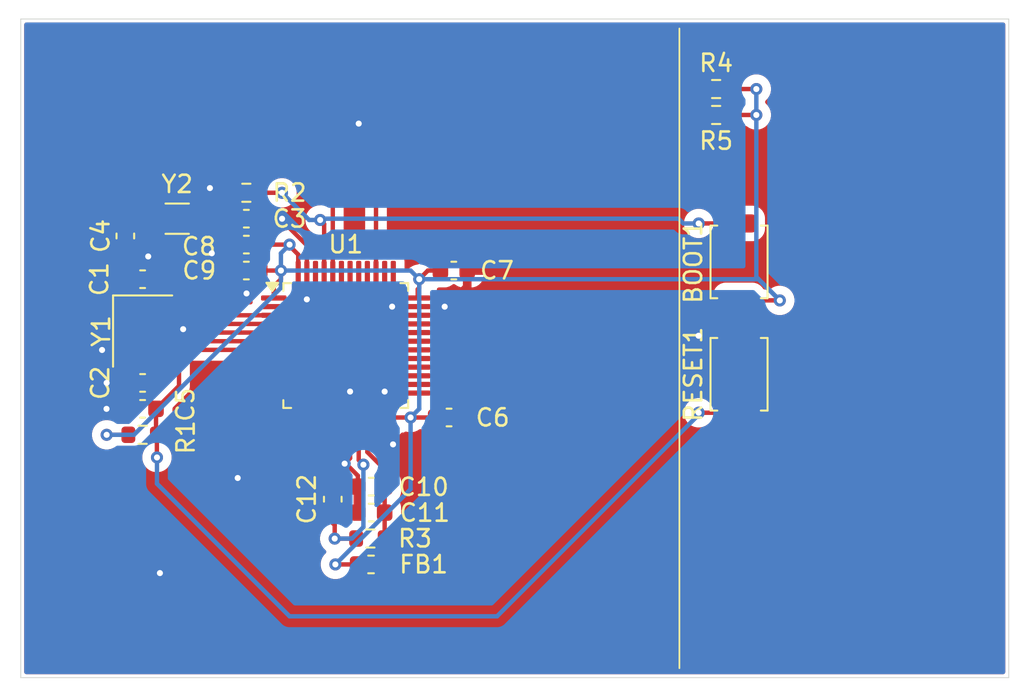
<source format=kicad_pcb>
(kicad_pcb (version 20241229) (generator "pcbnew") (generator_version "9.0")
  (layers (0 "F.Cu" signal) (2 "B.Cu" signal) (13 "F.Paste" user) (15 "B.Paste" user) (5 "F.SilkS" user "F.Silkscreen") (7 "B.SilkS" user "B.Silkscreen") (1 "F.Mask" user) (3 "B.Mask" user) (25 "Edge.Cuts" user))
  (net 0 "")
  (net 1 "GND")
  (net 2 "+3V3")
  (net 3 "BOOT0")
  (net 4 "PB10")
  (net 5 "PB3")
  (net 6 "PC13")
  (net 7 "PB0")
  (net 8 "PB1")
  (net 9 "PB4")
  (net 10 "PB13")
  (net 11 "PA14")
  (net 12 "PA9")
  (net 13 "PB7")
  (net 14 "PB14")
  (net 15 "OSC-OUT")
  (net 16 "PB11")
  (net 17 "PA12")
  (net 18 "PA13")
  (net 19 "PA8")
  (net 20 "PA3")
  (net 21 "PB5")
  (net 22 "PA1")
  (net 23 "PB2")
  (net 24 "PG10")
  (net 25 "VDDA")
  (net 26 "PA11")
  (net 27 "PB15")
  (net 28 "PA4")
  (net 29 "PA2")
  (net 30 "PA15")
  (net 31 "PB12")
  (net 32 "MISO")
  (net 33 "VREF+")
  (net 34 "PB6")
  (net 35 "MOSI")
  (net 36 "PB9")
  (net 37 "PA5")
  (net 38 "PA10")
  (net 39 "PA0")
  (net 40 "OSC-IN")
  (net 41 "OSC32-IN")
  (net 42 "OSC32-OUT")
  (footprint "Resistor_SMD:R_0603_1608Metric" (layer "F.Cu") (at 116.425 43.65)
    (property "Reference" "R5" (at 0 1.5 0) (layer "F.SilkS"))
    (property "Value" "4K7")
    (fp_line (start -0.237258 -0.5225) (end 0.237258 -0.5225) (stroke (width 0.12)) (layer "F.SilkS"))
    (fp_line (start -0.237258 0.5225) (end 0.237258 0.5225) (stroke (width 0.12)) (layer "F.SilkS"))
    (pad "1" smd roundrect (at -0.825 0) (size 0.8 0.95) (layers "F.Cu" "F.Mask" "F.Paste") (net 30 "PA15"))
    (pad "2" smd roundrect (at 0.825 0) (size 0.8 0.95) (layers "F.Cu" "F.Mask" "F.Paste") (net 2 "+3V3"))
  )
  (footprint "Capacitor_SMD:C_0603_1608Metric" (layer "F.Cu") (at 94.25 65.875 -90)
    (property "Reference" "C12" (at 0 1.5 90) (layer "F.SilkS"))
    (property "Value" "100n")
    (fp_line (start -0.14058 0.51) (end 0.14058 0.51) (stroke (width 0.12)) (layer "F.SilkS"))
    (fp_line (start -0.14058 -0.51) (end 0.14058 -0.51) (stroke (width 0.12)) (layer "F.SilkS"))
    (pad "1" smd roundrect (at -0.775 0 270) (size 0.9 0.95) (layers "F.Cu" "F.Mask" "F.Paste") (net 1 "GND"))
    (pad "2" smd roundrect (at 0.775 0 270) (size 0.9 0.95) (layers "F.Cu" "F.Mask" "F.Paste") (net 33 "VREF+"))
  )
  (footprint "Capacitor_SMD:C_0603_1608Metric" (layer "F.Cu") (at 89.25 51.15)
    (property "Reference" "C8" (at -2.74737 0.107633 0) (layer "F.SilkS"))
    (property "Value" "100n")
    (fp_line (start -0.14058 -0.51) (end 0.14058 -0.51) (stroke (width 0.12)) (layer "F.SilkS"))
    (fp_line (start -0.14058 0.51) (end 0.14058 0.51) (stroke (width 0.12)) (layer "F.SilkS"))
    (pad "1" smd roundrect (at -0.775 0) (size 0.9 0.95) (layers "F.Cu" "F.Mask" "F.Paste") (net 1 "GND"))
    (pad "2" smd roundrect (at 0.775 0) (size 0.9 0.95) (layers "F.Cu" "F.Mask" "F.Paste") (net 2 "+3V3"))
  )
  (footprint "Capacitor_SMD:C_0603_1608Metric" (layer "F.Cu") (at 82.25 50.65 90)
    (property "Reference" "C4" (at 0 -1.43 90) (layer "F.SilkS"))
    (property "Value" "12.5p")
    (fp_line (start -0.14058 -0.51) (end 0.14058 -0.51) (stroke (width 0.12)) (layer "F.SilkS"))
    (fp_line (start -0.14058 0.51) (end 0.14058 0.51) (stroke (width 0.12)) (layer "F.SilkS"))
    (pad "1" smd roundrect (at -0.775 0 90) (size 0.9 0.95) (layers "F.Cu" "F.Mask" "F.Paste") (net 1 "GND"))
    (pad "2" smd roundrect (at 0.775 0 90) (size 0.9 0.95) (layers "F.Cu" "F.Mask" "F.Paste") (net 42 "OSC32-OUT"))
  )
  (footprint "Capacitor_SMD:C_0603_1608Metric" (layer "F.Cu") (at 96.475 65.15)
    (property "Reference" "C10" (at 3.029011 0.023072 0) (layer "F.SilkS"))
    (property "Value" "10n")
    (fp_line (start -0.14058 -0.51) (end 0.14058 -0.51) (stroke (width 0.12)) (layer "F.SilkS"))
    (fp_line (start -0.14058 0.51) (end 0.14058 0.51) (stroke (width 0.12)) (layer "F.SilkS"))
    (pad "1" smd roundrect (at -0.775 0) (size 0.9 0.95) (layers "F.Cu" "F.Mask" "F.Paste") (net 1 "GND"))
    (pad "2" smd roundrect (at 0.775 0) (size 0.9 0.95) (layers "F.Cu" "F.Mask" "F.Paste") (net 25 "VDDA"))
  )
  (footprint "Capacitor_SMD:C_0603_1608Metric" (layer "F.Cu") (at 89.25 52.65)
    (property "Reference" "C9" (at -2.725 0 0) (layer "F.SilkS"))
    (property "Value" "100n")
    (fp_line (start -0.14058 -0.51) (end 0.14058 -0.51) (stroke (width 0.12)) (layer "F.SilkS"))
    (fp_line (start -0.14058 0.51) (end 0.14058 0.51) (stroke (width 0.12)) (layer "F.SilkS"))
    (pad "1" smd roundrect (at -0.775 0) (size 0.9 0.95) (layers "F.Cu" "F.Mask" "F.Paste") (net 1 "GND"))
    (pad "2" smd roundrect (at 0.775 0) (size 0.9 0.95) (layers "F.Cu" "F.Mask" "F.Paste") (net 2 "+3V3"))
  )
  (footprint "Crystal:Crystal_SMD_3215-2Pin_3.2x1.5mm" (layer "F.Cu") (at 85.25 49.65)
    (property "Reference" "Y2" (at 0 -2 0) (layer "F.SilkS"))
    (property "Value" "32.768kHz SMD3215-2P")
    (fp_line (start -0.675 -0.875) (end 0.675 -0.875) (stroke (width 0.12)) (layer "F.SilkS"))
    (fp_line (start -0.675 0.875) (end 0.675 0.875) (stroke (width 0.12)) (layer "F.SilkS"))
    (pad "1" smd rect (at 1.25 0) (size 1 1.8) (layers "F.Cu" "F.Mask" "F.Paste") (net 41 "OSC32-IN"))
    (pad "2" smd rect (at -1.25 0) (size 1 1.8) (layers "F.Cu" "F.Mask" "F.Paste") (net 42 "OSC32-OUT"))
  )
  (footprint "Resistor_SMD:R_0603_1608Metric" (layer "F.Cu") (at 96.425 68.15 180)
    (property "Reference" "R3" (at -2.58062 -0.001185 0) (layer "F.SilkS"))
    (property "Value" "0")
    (fp_line (start -0.237258 0.5225) (end 0.237258 0.5225) (stroke (width 0.12)) (layer "F.SilkS"))
    (fp_line (start -0.237258 -0.5225) (end 0.237258 -0.5225) (stroke (width 0.12)) (layer "F.SilkS"))
    (pad "1" smd roundrect (at -0.825 0 180) (size 0.8 0.95) (layers "F.Cu" "F.Mask" "F.Paste") (net 25 "VDDA"))
    (pad "2" smd roundrect (at 0.825 0 180) (size 0.8 0.95) (layers "F.Cu" "F.Mask" "F.Paste") (net 33 "VREF+"))
  )
  (footprint "Capacitor_SMD:C_0603_1608Metric" (layer "F.Cu") (at 83.25 60.65 180)
    (property "Reference" "C5" (at -2.476483 0.23694 90) (layer "F.SilkS"))
    (property "Value" "100n")
    (fp_line (start -0.14058 0.51) (end 0.14058 0.51) (stroke (width 0.12)) (layer "F.SilkS"))
    (fp_line (start -0.14058 -0.51) (end 0.14058 -0.51) (stroke (width 0.12)) (layer "F.SilkS"))
    (pad "1" smd roundrect (at -0.775 0 180) (size 0.9 0.95) (layers "F.Cu" "F.Mask" "F.Paste") (net 24 "PG10"))
    (pad "2" smd roundrect (at 0.775 0 180) (size 0.9 0.95) (layers "F.Cu" "F.Mask" "F.Paste") (net 1 "GND"))
  )
  (footprint "Capacitor_SMD:C_0603_1608Metric" (layer "F.Cu") (at 89.25 49.65 180)
    (property "Reference" "C3" (at -2.493989 -0.003287 0) (layer "F.SilkS"))
    (property "Value" "12.5p")
    (fp_line (start -0.14058 0.51) (end 0.14058 0.51) (stroke (width 0.12)) (layer "F.SilkS"))
    (fp_line (start -0.14058 -0.51) (end 0.14058 -0.51) (stroke (width 0.12)) (layer "F.SilkS"))
    (pad "1" smd roundrect (at -0.775 0 180) (size 0.9 0.95) (layers "F.Cu" "F.Mask" "F.Paste") (net 1 "GND"))
    (pad "2" smd roundrect (at 0.775 0 180) (size 0.9 0.95) (layers "F.Cu" "F.Mask" "F.Paste") (net 41 "OSC32-IN"))
  )
  (footprint "Capacitor_SMD:C_0603_1608Metric" (layer "F.Cu") (at 100.975 61.15 180)
    (property "Reference" "C6" (at -2.523334 -0.007864 0) (layer "F.SilkS"))
    (property "Value" "100n")
    (fp_line (start -0.14058 0.51) (end 0.14058 0.51) (stroke (width 0.12)) (layer "F.SilkS"))
    (fp_line (start -0.14058 -0.51) (end 0.14058 -0.51) (stroke (width 0.12)) (layer "F.SilkS"))
    (pad "1" smd roundrect (at -0.775 0 180) (size 0.9 0.95) (layers "F.Cu" "F.Mask" "F.Paste") (net 1 "GND"))
    (pad "2" smd roundrect (at 0.775 0 180) (size 0.9 0.95) (layers "F.Cu" "F.Mask" "F.Paste") (net 2 "+3V3"))
  )
  (footprint "Button_Switch_SMD:SW_SPST_TS-1088-xR020" (layer "F.Cu") (at 117.75 52.15 90)
    (property "Reference" "BOOT1" (at 0 -2.65 90) (layer "F.SilkS"))
    (property "Value" "SW-Boot")
    (fp_line (start 2.1 -1.65) (end 2.1 -1.26) (stroke (width 0.12)) (layer "F.SilkS"))
    (fp_line (start -2.1 -1.65) (end 2.1 -1.65) (stroke (width 0.12)) (layer "F.SilkS"))
    (fp_line (start -2.1 -1.26) (end -2.1 -1.65) (stroke (width 0.12)) (layer "F.SilkS"))
    (fp_line (start -2.1 1.26) (end -2.1 1.65) (stroke (width 0.12)) (layer "F.SilkS"))
    (fp_line (start 2.1 1.65) (end 2.1 1.26) (stroke (width 0.12)) (layer "F.SilkS"))
    (fp_line (start -2.1 1.65) (end 2.1 1.65) (stroke (width 0.12)) (layer "F.SilkS"))
    (pad "1" smd roundrect (at -2.225 0 90) (size 1.05 2) (layers "F.Cu" "F.Mask" "F.Paste") (roundrect_rratio 0.2380952381) (net 2 "+3V3"))
    (pad "2" smd roundrect (at 2.225 0 90) (size 1.05 2) (layers "F.Cu" "F.Mask" "F.Paste") (roundrect_rratio 0.2380952381) (net 3 "BOOT0"))
  )
  (footprint "Resistor_SMD:R_0603_1608Metric" (layer "F.Cu") (at 83.25 62.15)
    (property "Reference" "R1" (at 2.497553 0.146774 90) (layer "F.SilkS"))
    (property "Value" "10K")
    (fp_line (start -0.237258 -0.5225) (end 0.237258 -0.5225) (stroke (width 0.12)) (layer "F.SilkS"))
    (fp_line (start -0.237258 0.5225) (end 0.237258 0.5225) (stroke (width 0.12)) (layer "F.SilkS"))
    (pad "1" smd roundrect (at -0.825 0) (size 0.8 0.95) (layers "F.Cu" "F.Mask" "F.Paste") (net 2 "+3V3"))
    (pad "2" smd roundrect (at 0.825 0) (size 0.8 0.95) (layers "F.Cu" "F.Mask" "F.Paste") (net 24 "PG10"))
  )
  (footprint "Capacitor_SMD:C_0603_1608Metric" (layer "F.Cu") (at 101.25 52.65 180)
    (property "Reference" "C7" (at -2.5 0 0) (layer "F.SilkS"))
    (property "Value" "100n")
    (fp_line (start -0.14058 0.51) (end 0.14058 0.51) (stroke (width 0.12)) (layer "F.SilkS"))
    (fp_line (start -0.14058 -0.51) (end 0.14058 -0.51) (stroke (width 0.12)) (layer "F.SilkS"))
    (pad "1" smd roundrect (at -0.775 0 180) (size 0.9 0.95) (layers "F.Cu" "F.Mask" "F.Paste") (net 1 "GND"))
    (pad "2" smd roundrect (at 0.775 0 180) (size 0.9 0.95) (layers "F.Cu" "F.Mask" "F.Paste") (net 2 "+3V3"))
  )
  (footprint "Capacitor_SMD:C_0603_1608Metric" (layer "F.Cu") (at 83.25 59.15)
    (property "Reference" "C2" (at -2.448717 0.002332 90) (layer "F.SilkS"))
    (property "Value" "10p")
    (fp_line (start -0.14058 -0.51) (end 0.14058 -0.51) (stroke (width 0.12)) (layer "F.SilkS"))
    (fp_line (start -0.14058 0.51) (end 0.14058 0.51) (stroke (width 0.12)) (layer "F.SilkS"))
    (pad "1" smd roundrect (at -0.775 0) (size 0.9 0.95) (layers "F.Cu" "F.Mask" "F.Paste") (net 1 "GND"))
    (pad "2" smd roundrect (at 0.775 0) (size 0.9 0.95) (layers "F.Cu" "F.Mask" "F.Paste") (net 15 "OSC-OUT"))
  )
  (footprint "Resistor_SMD:R_0603_1608Metric" (layer "F.Cu") (at 116.425 42.15 180)
    (property "Reference" "R4" (at 0 1.5 0) (layer "F.SilkS"))
    (property "Value" "4K7")
    (fp_line (start -0.237258 0.5225) (end 0.237258 0.5225) (stroke (width 0.12)) (layer "F.SilkS"))
    (fp_line (start -0.237258 -0.5225) (end 0.237258 -0.5225) (stroke (width 0.12)) (layer "F.SilkS"))
    (pad "1" smd roundrect (at -0.825 0 180) (size 0.8 0.95) (layers "F.Cu" "F.Mask" "F.Paste") (net 2 "+3V3"))
    (pad "2" smd roundrect (at 0.825 0 180) (size 0.8 0.95) (layers "F.Cu" "F.Mask" "F.Paste") (net 13 "PB7"))
  )
  (footprint "Capacitor_SMD:C_0603_1608Metric" (layer "F.Cu") (at 96.475 66.65)
    (property "Reference" "C11" (at 3.095872 0.014827 0) (layer "F.SilkS"))
    (property "Value" "1u")
    (fp_line (start -0.14058 -0.51) (end 0.14058 -0.51) (stroke (width 0.12)) (layer "F.SilkS"))
    (fp_line (start -0.14058 0.51) (end 0.14058 0.51) (stroke (width 0.12)) (layer "F.SilkS"))
    (pad "1" smd roundrect (at -0.775 0) (size 0.9 0.95) (layers "F.Cu" "F.Mask" "F.Paste") (net 1 "GND"))
    (pad "2" smd roundrect (at 0.775 0) (size 0.9 0.95) (layers "F.Cu" "F.Mask" "F.Paste") (net 25 "VDDA"))
  )
  (footprint "Inductor_SMD:L_0603_1608Metric" (layer "F.Cu") (at 96.4625 69.65 180)
    (property "Reference" "FB1" (at -3.04067 -0.000381 0) (layer "F.SilkS"))
    (property "Value" "1KΩ 100MHz")
    (fp_line (start -0.162779 0.51) (end 0.162779 0.51) (stroke (width 0.12)) (layer "F.SilkS"))
    (fp_line (start -0.162779 -0.51) (end 0.162779 -0.51) (stroke (width 0.12)) (layer "F.SilkS"))
    (pad "1" smd roundrect (at -0.7875 0 180) (size 0.875 0.95) (layers "F.Cu" "F.Mask" "F.Paste") (net 25 "VDDA"))
    (pad "2" smd roundrect (at 0.7875 0 180) (size 0.875 0.95) (layers "F.Cu" "F.Mask" "F.Paste") (net 2 "+3V3"))
  )
  (footprint "Package_QFP:LQFP-48_7x7mm_P0.5mm" (layer "F.Cu") (at 95 56.9875)
    (property "Reference" "U1" (at 0 -5.85 0) (layer "F.SilkS"))
    (property "Value" "STM32G474CBTx")
    (fp_line (start -3.61 -3.61) (end -3.16 -3.61) (stroke (width 0.12)) (layer "F.SilkS"))
    (fp_line (start -3.61 -3.16) (end -3.61 -3.61) (stroke (width 0.12)) (layer "F.SilkS"))
    (fp_line (start -3.61 3.61) (end -3.61 3.16) (stroke (width 0.12)) (layer "F.SilkS"))
    (fp_line (start -3.16 3.61) (end -3.61 3.61) (stroke (width 0.12)) (layer "F.SilkS"))
    (fp_line (start 3.16 -3.61) (end 3.61 -3.61) (stroke (width 0.12)) (layer "F.SilkS"))
    (fp_line (start 3.61 -3.61) (end 3.61 -3.16) (stroke (width 0.12)) (layer "F.SilkS"))
    (fp_line (start 3.61 3.16) (end 3.61 3.61) (stroke (width 0.12)) (layer "F.SilkS"))
    (fp_line (start 3.61 3.61) (end 3.16 3.61) (stroke (width 0.12)) (layer "F.SilkS"))
    (fp_poly (pts (xy -4.25 -3.16) (xy -4.59 -3.63) (xy -3.91 -3.63)) (stroke (width 0.12)) (fill yes) (layer "F.SilkS"))
    (pad "1" smd roundrect (at -4.1625 -2.75) (size 1.475 0.3) (layers "F.Cu" "F.Mask" "F.Paste") (net 2 "+3V3"))
    (pad "2" smd roundrect (at -4.1625 -2.25) (size 1.475 0.3) (layers "F.Cu" "F.Mask" "F.Paste") (net 6 "PC13"))
    (pad "3" smd roundrect (at -4.1625 -1.75) (size 1.475 0.3) (layers "F.Cu" "F.Mask" "F.Paste") (net 41 "OSC32-IN"))
    (pad "4" smd roundrect (at -4.1625 -1.25) (size 1.475 0.3) (layers "F.Cu" "F.Mask" "F.Paste") (net 42 "OSC32-OUT"))
    (pad "5" smd roundrect (at -4.1625 -0.75) (size 1.475 0.3) (layers "F.Cu" "F.Mask" "F.Paste") (net 40 "OSC-IN"))
    (pad "6" smd roundrect (at -4.1625 -0.25) (size 1.475 0.3) (layers "F.Cu" "F.Mask" "F.Paste") (net 15 "OSC-OUT"))
    (pad "7" smd roundrect (at -4.1625 0.25) (size 1.475 0.3) (layers "F.Cu" "F.Mask" "F.Paste") (net 24 "PG10"))
    (pad "8" smd roundrect (at -4.1625 0.75) (size 1.475 0.3) (layers "F.Cu" "F.Mask" "F.Paste") (net 39 "PA0"))
    (pad "9" smd roundrect (at -4.1625 1.25) (size 1.475 0.3) (layers "F.Cu" "F.Mask" "F.Paste") (net 22 "PA1"))
    (pad "10" smd roundrect (at -4.1625 1.75) (size 1.475 0.3) (layers "F.Cu" "F.Mask" "F.Paste") (net 29 "PA2"))
    (pad "11" smd roundrect (at -4.1625 2.25) (size 1.475 0.3) (layers "F.Cu" "F.Mask" "F.Paste") (net 20 "PA3"))
    (pad "12" smd roundrect (at -4.1625 2.75) (size 1.475 0.3) (layers "F.Cu" "F.Mask" "F.Paste") (net 28 "PA4"))
    (pad "13" smd roundrect (at -2.75 4.1625) (size 0.3 1.475) (layers "F.Cu" "F.Mask" "F.Paste") (net 37 "PA5"))
    (pad "14" smd roundrect (at -2.25 4.1625) (size 0.3 1.475) (layers "F.Cu" "F.Mask" "F.Paste") (net 32 "MISO"))
    (pad "15" smd roundrect (at -1.75 4.1625) (size 0.3 1.475) (layers "F.Cu" "F.Mask" "F.Paste") (net 35 "MOSI"))
    (pad "16" smd roundrect (at -1.25 4.1625) (size 0.3 1.475) (layers "F.Cu" "F.Mask" "F.Paste") (net 7 "PB0"))
    (pad "17" smd roundrect (at -0.75 4.1625) (size 0.3 1.475) (layers "F.Cu" "F.Mask" "F.Paste") (net 8 "PB1"))
    (pad "18" smd roundrect (at -0.25 4.1625) (size 0.3 1.475) (layers "F.Cu" "F.Mask" "F.Paste") (net 23 "PB2"))
    (pad "19" smd roundrect (at 0.25 4.1625) (size 0.3 1.475) (layers "F.Cu" "F.Mask" "F.Paste") (net 1 "GND"))
    (pad "20" smd roundrect (at 0.75 4.1625) (size 0.3 1.475) (layers "F.Cu" "F.Mask" "F.Paste") (net 33 "VREF+"))
    (pad "21" smd roundrect (at 1.25 4.1625) (size 0.3 1.475) (layers "F.Cu" "F.Mask" "F.Paste") (net 25 "VDDA"))
    (pad "22" smd roundrect (at 1.75 4.1625) (size 0.3 1.475) (layers "F.Cu" "F.Mask" "F.Paste") (net 4 "PB10"))
    (pad "23" smd roundrect (at 2.25 4.1625) (size 0.3 1.475) (layers "F.Cu" "F.Mask" "F.Paste") (net 1 "GND"))
    (pad "24" smd roundrect (at 2.75 4.1625) (size 0.3 1.475) (layers "F.Cu" "F.Mask" "F.Paste") (net 2 "+3V3"))
    (pad "25" smd roundrect (at 4.1625 2.75) (size 1.475 0.3) (layers "F.Cu" "F.Mask" "F.Paste") (net 16 "PB11"))
    (pad "26" smd roundrect (at 4.1625 2.25) (size 1.475 0.3) (layers "F.Cu" "F.Mask" "F.Paste") (net 31 "PB12"))
    (pad "27" smd roundrect (at 4.1625 1.75) (size 1.475 0.3) (layers "F.Cu" "F.Mask" "F.Paste") (net 10 "PB13"))
    (pad "28" smd roundrect (at 4.1625 1.25) (size 1.475 0.3) (layers "F.Cu" "F.Mask" "F.Paste") (net 14 "PB14"))
    (pad "29" smd roundrect (at 4.1625 0.75) (size 1.475 0.3) (layers "F.Cu" "F.Mask" "F.Paste") (net 27 "PB15"))
    (pad "30" smd roundrect (at 4.1625 0.25) (size 1.475 0.3) (layers "F.Cu" "F.Mask" "F.Paste") (net 19 "PA8"))
    (pad "31" smd roundrect (at 4.1625 -0.25) (size 1.475 0.3) (layers "F.Cu" "F.Mask" "F.Paste") (net 12 "PA9"))
    (pad "32" smd roundrect (at 4.1625 -0.75) (size 1.475 0.3) (layers "F.Cu" "F.Mask" "F.Paste") (net 38 "PA10"))
    (pad "33" smd roundrect (at 4.1625 -1.25) (size 1.475 0.3) (layers "F.Cu" "F.Mask" "F.Paste") (net 26 "PA11"))
    (pad "34" smd roundrect (at 4.1625 -1.75) (size 1.475 0.3) (layers "F.Cu" "F.Mask" "F.Paste") (net 17 "PA12"))
    (pad "35" smd roundrect (at 4.1625 -2.25) (size 1.475 0.3) (layers "F.Cu" "F.Mask" "F.Paste") (net 1 "GND"))
    (pad "36" smd roundrect (at 4.1625 -2.75) (size 1.475 0.3) (layers "F.Cu" "F.Mask" "F.Paste") (net 2 "+3V3"))
    (pad "37" smd roundrect (at 2.75 -4.1625) (size 0.3 1.475) (layers "F.Cu" "F.Mask" "F.Paste") (net 18 "PA13"))
    (pad "38" smd roundrect (at 2.25 -4.1625) (size 0.3 1.475) (layers "F.Cu" "F.Mask" "F.Paste") (net 11 "PA14"))
    (pad "39" smd roundrect (at 1.75 -4.1625) (size 0.3 1.475) (layers "F.Cu" "F.Mask" "F.Paste") (net 30 "PA15"))
    (pad "40" smd roundrect (at 1.25 -4.1625) (size 0.3 1.475) (layers "F.Cu" "F.Mask" "F.Paste") (net 5 "PB3"))
    (pad "41" smd roundrect (at 0.75 -4.1625) (size 0.3 1.475) (layers "F.Cu" "F.Mask" "F.Paste") (net 9 "PB4"))
    (pad "42" smd roundrect (at 0.25 -4.1625) (size 0.3 1.475) (layers "F.Cu" "F.Mask" "F.Paste") (net 21 "PB5"))
    (pad "43" smd roundrect (at -0.25 -4.1625) (size 0.3 1.475) (layers "F.Cu" "F.Mask" "F.Paste") (net 34 "PB6"))
    (pad "44" smd roundrect (at -0.75 -4.1625) (size 0.3 1.475) (layers "F.Cu" "F.Mask" "F.Paste") (net 13 "PB7"))
    (pad "45" smd roundrect (at -1.25 -4.1625) (size 0.3 1.475) (layers "F.Cu" "F.Mask" "F.Paste") (net 3 "BOOT0"))
    (pad "46" smd roundrect (at -1.75 -4.1625) (size 0.3 1.475) (layers "F.Cu" "F.Mask" "F.Paste") (net 36 "PB9"))
    (pad "47" smd roundrect (at -2.25 -4.1625) (size 0.3 1.475) (layers "F.Cu" "F.Mask" "F.Paste") (net 1 "GND"))
    (pad "48" smd roundrect (at -2.75 -4.1625) (size 0.3 1.475) (layers "F.Cu" "F.Mask" "F.Paste") (net 2 "+3V3"))
  )
  (footprint "Resistor_SMD:R_0603_1608Metric" (layer "F.Cu") (at 89.25 48.15)
    (property "Reference" "R2" (at 2.5 0 0) (layer "F.SilkS"))
    (property "Value" "10K")
    (fp_line (start -0.237258 -0.5225) (end 0.237258 -0.5225) (stroke (width 0.12)) (layer "F.SilkS"))
    (fp_line (start -0.237258 0.5225) (end 0.237258 0.5225) (stroke (width 0.12)) (layer "F.SilkS"))
    (pad "1" smd roundrect (at -0.825 0) (size 0.8 0.95) (layers "F.Cu" "F.Mask" "F.Paste") (net 1 "GND"))
    (pad "2" smd roundrect (at 0.825 0) (size 0.8 0.95) (layers "F.Cu" "F.Mask" "F.Paste") (net 3 "BOOT0"))
  )
  (footprint "Crystal:Crystal_SMD_3225-4Pin_3.2x2.5mm" (layer "F.Cu") (at 83.25 56.15 -90)
    (property "Reference" "Y1" (at -0.0023 2.3958 90) (layer "F.SilkS"))
    (property "Value" "8Mhz SMD3225-4P")
    (fp_line (start -2.06 1.71) (end 2.06 1.71) (stroke (width 0.12)) (layer "F.SilkS"))
    (fp_line (start -2.06 -1.71) (end -2.06 1.71) (stroke (width 0.12)) (layer "F.SilkS"))
    (pad "1" smd roundrect (at -1.1 0.85 270) (size 1.4 1.2) (layers "F.Cu" "F.Mask" "F.Paste") (roundrect_rratio 0.208333) (net 40 "OSC-IN"))
    (pad "2" smd roundrect (at 1.1 0.85 270) (size 1.4 1.2) (layers "F.Cu" "F.Mask" "F.Paste") (roundrect_rratio 0.208333) (net 1 "GND"))
    (pad "3" smd roundrect (at 1.1 -0.85 270) (size 1.4 1.2) (layers "F.Cu" "F.Mask" "F.Paste") (roundrect_rratio 0.208333) (net 15 "OSC-OUT"))
    (pad "4" smd roundrect (at -1.1 -0.85 270) (size 1.4 1.2) (layers "F.Cu" "F.Mask" "F.Paste") (roundrect_rratio 0.208333) (net 1 "GND"))
  )
  (footprint "Capacitor_SMD:C_0603_1608Metric" (layer "F.Cu") (at 83.25 53.15)
    (property "Reference" "C1" (at -2.5 0 90) (layer "F.SilkS"))
    (property "Value" "10p")
    (fp_line (start -0.14058 -0.51) (end 0.14058 -0.51) (stroke (width 0.12)) (layer "F.SilkS"))
    (fp_line (start -0.14058 0.51) (end 0.14058 0.51) (stroke (width 0.12)) (layer "F.SilkS"))
    (pad "1" smd roundrect (at -0.775 0) (size 0.9 0.95) (layers "F.Cu" "F.Mask" "F.Paste") (net 1 "GND"))
    (pad "2" smd roundrect (at 0.775 0) (size 0.9 0.95) (layers "F.Cu" "F.Mask" "F.Paste") (net 40 "OSC-IN"))
  )
  (footprint "Button_Switch_SMD:SW_SPST_TS-1088-xR020" (layer "F.Cu") (at 117.75 58.65 90)
    (property "Reference" "RESET1" (at 0 -2.65 90) (layer "F.SilkS"))
    (property "Value" "SW-Rst")
    (fp_line (start 2.1 -1.65) (end 2.1 -1.26) (stroke (width 0.12)) (layer "F.SilkS"))
    (fp_line (start -2.1 -1.65) (end 2.1 -1.65) (stroke (width 0.12)) (layer "F.SilkS"))
    (fp_line (start -2.1 -1.26) (end -2.1 -1.65) (stroke (width 0.12)) (layer "F.SilkS"))
    (fp_line (start -2.1 1.26) (end -2.1 1.65) (stroke (width 0.12)) (layer "F.SilkS"))
    (fp_line (start 2.1 1.65) (end 2.1 1.26) (stroke (width 0.12)) (layer "F.SilkS"))
    (fp_line (start -2.1 1.65) (end 2.1 1.65) (stroke (width 0.12)) (layer "F.SilkS"))
    (pad "1" smd roundrect (at -2.225 0 90) (size 1.05 2) (layers "F.Cu" "F.Mask" "F.Paste") (roundrect_rratio 0.2380952381) (net 24 "PG10"))
    (pad "2" smd roundrect (at 2.225 0 90) (size 1.05 2) (layers "F.Cu" "F.Mask" "F.Paste") (roundrect_rratio 0.2380952381) (net 1 "GND"))
  )
  (gr_line (start 114.3 38.65) (end 114.3 75.65) (stroke (width 0.1)) (layer "F.SilkS"))
  (gr_line (start 133.35 76.2) (end 133.35 38.1) (stroke (width 0.05)) (layer "Edge.Cuts"))
  (gr_line (start 133.35 38.1) (end 76.2 38.1) (stroke (width 0.05)) (layer "Edge.Cuts"))
  (gr_line (start 76.2 76.2) (end 133.35 76.2) (stroke (width 0.05)) (layer "Edge.Cuts"))
  (gr_line (start 76.2 38.1) (end 76.2 76.2) (stroke (width 0.05)) (layer "Edge.Cuts"))
  (segment (start 84.60298 55.05) (end 85.593821 56.040841) (width 0.254) (layer "F.Cu") (net 1))
  (segment (start 82.475 52.544166) (end 82.25 52.319166) (width 0.254) (layer "F.Cu") (net 1))
  (segment (start 95.25 61.15) (end 95.25 63.504896) (width 0.254) (layer "F.Cu") (net 1))
  (segment (start 97.25 61.15) (end 97.25 59.65) (width 0.254) (layer "F.Cu") (net 1))
  (segment (start 97.682608 54.7375) (end 97.682314 54.737794) (width 0.254) (layer "F.Cu") (net 1))
  (segment (start 88.475 51.15) (end 88.475 52.65) (width 0.254) (layer "F.Cu") (net 1))
  (segment (start 91.316585 49.653322) (end 91.316585 49.757748) (width 0.254) (layer "F.Cu") (net 1))
  (segment (start 83.573583 51.834648) (end 83.573583 52.051417) (width 0.254) (layer "F.Cu") (net 1))
  (segment (start 95.7 65.15) (end 95.7 66.65) (width 0.254) (layer "F.Cu") (net 1))
  (segment (start 92.75 51.191163) (end 92.75 52.825) (width 0.254) (layer "F.Cu") (net 1))
  (segment (start 92.75 52.825) (end 92.75 54.3154) (width 0.254) (layer "F.Cu") (net 1))
  (segment (start 95.25 63.504896) (end 94.936123 63.818773) (width 0.254) (layer "F.Cu") (net 1))
  (segment (start 98.289688 62.15) (end 97.735214 62.704474) (width 0.254) (layer "F.Cu") (net 1))
  (segment (start 88.475 53.187154) (end 89.261002 53.973156) (width 0.254) (layer "F.Cu") (net 1))
  (segment (start 80.909131 57.25) (end 80.903378 57.244247) (width 0.254) (layer "F.Cu") (net 1))
  (segment (start 81.161906 60.65) (end 81.161685 60.650221) (width 0.254) (layer "F.Cu") (net 1))
  (segment (start 94.936123 63.818773) (end 95.002512 63.818773) (width 0.254) (layer "F.Cu") (net 1))
  (segment (start 82.4 59.075) (end 82.475 59.15) (width 0.254) (layer "F.Cu") (net 1))
  (segment (start 97.25 61.15) (end 97.25 62.21926) (width 0.254) (layer "F.Cu") (net 1))
  (segment (start 100.720223 54.7375) (end 100.722932 54.740209) (width 0.254) (layer "F.Cu") (net 1))
  (segment (start 82.25 52.319166) (end 82.25 51.425) (width 0.254) (layer "F.Cu") (net 1))
  (segment (start 82.4 57.25) (end 82.4 59.075) (width 0.254) (layer "F.Cu") (net 1))
  (segment (start 82.4 57.25) (end 80.909131 57.25) (width 0.254) (layer "F.Cu") (net 1))
  (segment (start 87.413459 48.15) (end 87.142717 47.879258) (width 0.254) (layer "F.Cu") (net 1))
  (segment (start 94.25 64.504896) (end 94.936123 63.818773) (width 0.254) (layer "F.Cu") (net 1))
  (segment (start 91.316585 49.757748) (end 92.75 51.191163) (width 0.254) (layer "F.Cu") (net 1))
  (segment (start 117.75 56.425) (end 115.41091 56.425) (width 0.254) (layer "F.Cu") (net 1))
  (segment (start 99.1625 54.7375) (end 100.720223 54.7375) (width 0.254) (layer "F.Cu") (net 1))
  (segment (start 115.41091 56.425) (end 115.407266 56.421356) (width 0.254) (layer "F.Cu") (net 1))
  (segment (start 84.1 55.05) (end 84.1 55.3) (width 0.254) (layer "F.Cu") (net 1))
  (segment (start 88.475 52.65) (end 88.475 53.187154) (width 0.254) (layer "F.Cu") (net 1))
  (segment (start 95.25 61.15) (end 95.25 59.65) (width 0.254) (layer "F.Cu") (net 1))
  (segment (start 81.173065 59.15) (end 81.1689 59.145835) (width 0.254) (layer "F.Cu") (net 1))
  (segment (start 101.75 61.15) (end 100.75 62.15) (width 0.254) (layer "F.Cu") (net 1))
  (segment (start 84.1 55.3) (end 82.4 57) (width 0.254) (layer "F.Cu") (net 1))
  (segment (start 92.75 54.3154) (end 92.748618 54.316782) (width 0.254) (layer "F.Cu") (net 1))
  (segment (start 83.163935 51.425) (end 83.573583 51.834648) (width 0.254) (layer "F.Cu") (net 1))
  (segment (start 87.75 51.15) (end 87.25 51.65) (width 0.254) (layer "F.Cu") (net 1))
  (segment (start 95.002512 63.818773) (end 95.7 64.516261) (width 0.254) (layer "F.Cu") (net 1))
  (segment (start 82.25 51.425) (end 83.163935 51.425) (width 0.254) (layer "F.Cu") (net 1))
  (segment (start 95.7 64.516261) (end 95.7 65.15) (width 0.254) (layer "F.Cu") (net 1))
  (segment (start 102.025 52.65) (end 102.025 53.438141) (width 0.254) (layer "F.Cu") (net 1))
  (segment (start 82.475 59.15) (end 82.475 60.65) (width 0.254) (layer "F.Cu") (net 1))
  (segment (start 100.75 62.15) (end 98.289688 62.15) (width 0.254) (layer "F.Cu") (net 1))
  (segment (start 82.475 59.15) (end 81.173065 59.15) (width 0.254) (layer "F.Cu") (net 1))
  (segment (start 84.1 55.05) (end 84.60298 55.05) (width 0.254) (layer "F.Cu") (net 1))
  (segment (start 91.313263 49.65) (end 91.316585 49.653322) (width 0.254) (layer "F.Cu") (net 1))
  (segment (start 83.573583 52.051417) (end 82.475 53.15) (width 0.254) (layer "F.Cu") (net 1))
  (segment (start 94.25 65.1) (end 94.25 64.504896) (width 0.254) (layer "F.Cu") (net 1))
  (segment (start 97.25 62.21926) (end 97.735214 62.704474) (width 0.254) (layer "F.Cu") (net 1))
  (segment (start 82.475 53.15) (end 82.475 52.544166) (width 0.254) (layer "F.Cu") (net 1))
  (segment (start 90.025 49.65) (end 91.313263 49.65) (width 0.254) (layer "F.Cu") (net 1))
  (segment (start 88.425 48.15) (end 87.413459 48.15) (width 0.254) (layer "F.Cu") (net 1))
  (segment (start 99.1625 54.7375) (end 97.682608 54.7375) (width 0.254) (layer "F.Cu") (net 1))
  (segment (start 82.4 57) (end 82.4 57.25) (width 0.254) (layer "F.Cu") (net 1))
  (segment (start 82.475 60.65) (end 81.161906 60.65) (width 0.254) (layer "F.Cu") (net 1))
  (segment (start 102.025 53.438141) (end 100.722932 54.740209) (width 0.254) (layer "F.Cu") (net 1))
  (segment (start 88.475 51.15) (end 87.75 51.15) (width 0.254) (layer "F.Cu") (net 1))
  (via (at 97.735214 62.704474) (size 0.7) (drill 0.35) (layers "F.Cu" "B.Cu") (net 1))
  (via (at 97.25 59.65) (size 0.7) (drill 0.35) (layers "F.Cu" "B.Cu") (net 1))
  (via (at 80.903378 57.244247) (size 0.7) (drill 0.35) (layers "F.Cu" "B.Cu") (net 1))
  (via (at 95.25 59.65) (size 0.7) (drill 0.35) (layers "F.Cu" "B.Cu") (net 1))
  (via (at 88.75 64.65) (size 0.7) (drill 0.35) (layers "F.Cu" "B.Cu") (net 1))
  (via (at 95.75 44.15) (size 0.7) (drill 0.35) (layers "F.Cu" "B.Cu") (net 1))
  (via (at 87.142717 47.879258) (size 0.7) (drill 0.35) (layers "F.Cu" "B.Cu") (net 1))
  (via (at 83.573583 51.834648) (size 0.7) (drill 0.35) (layers "F.Cu" "B.Cu") (net 1))
  (via (at 81.161685 60.650221) (size 0.7) (drill 0.35) (layers "F.Cu" "B.Cu") (net 1))
  (via (at 92.748618 54.316782) (size 0.7) (drill 0.35) (layers "F.Cu" "B.Cu") (net 1))
  (via (at 97.682314 54.737794) (size 0.7) (drill 0.35) (layers "F.Cu" "B.Cu") (net 1))
  (via (at 81.1689 59.145835) (size 0.7) (drill 0.35) (layers "F.Cu" "B.Cu") (net 1))
  (via (at 84.25 70.15) (size 0.7) (drill 0.35) (layers "F.Cu" "B.Cu") (net 1))
  (via (at 94.936123 63.818773) (size 0.7) (drill 0.35) (layers "F.Cu" "B.Cu") (net 1))
  (via (at 91.316585 49.653322) (size 0.7) (drill 0.35) (layers "F.Cu" "B.Cu") (net 1))
  (via (at 89.261002 53.973156) (size 0.7) (drill 0.35) (layers "F.Cu" "B.Cu") (net 1))
  (via (at 85.593821 56.040841) (size 0.7) (drill 0.35) (layers "F.Cu" "B.Cu") (net 1))
  (via (at 115.407266 56.421356) (size 0.7) (drill 0.35) (layers "F.Cu" "B.Cu") (net 1))
  (via (at 100.722932 54.740209) (size 0.7) (drill 0.35) (layers "F.Cu" "B.Cu") (net 1))
  (via (at 87.25 51.65) (size 0.7) (drill 0.35) (layers "F.Cu" "B.Cu") (net 1))
  (segment (start 99.25 53.65) (end 99.1625 53.7375) (width 0.254) (layer "F.Cu") (net 2))
  (segment (start 117.25 42.15) (end 118.75 42.15) (width 0.254) (layer "F.Cu") (net 2))
  (segment (start 90.25 52.65) (end 91.25 52.65) (width 0.254) (layer "F.Cu") (net 2))
  (segment (start 117.75 54.375) (end 120.104009 54.375) (width 0.254) (layer "F.Cu") (net 2))
  (segment (start 99.1625 53.7375) (end 99.1625 54.2375) (width 0.254) (layer "F.Cu") (net 2))
  (segment (start 90.25 51.15) (end 91.75 51.15) (width 0.254) (layer "F.Cu") (net 2))
  (segment (start 90.8375 54.2375) (end 90.8375 53.5625) (width 0.254) (layer "F.Cu") (net 2))
  (segment (start 100.2 61.15) (end 98.75 61.15) (width 0.254) (layer "F.Cu") (net 2))
  (segment (start 95.675 69.65) (end 94.400485 69.65) (width 0.254) (layer "F.Cu") (net 2))
  (segment (start 92.25 52.825) (end 92.25 51.72484) (width 0.254) (layer "F.Cu") (net 2))
  (segment (start 99.25 53.15) (end 99.25 53.65) (width 0.254) (layer "F.Cu") (net 2))
  (segment (start 90.8375 53.5625) (end 91.25 53.15) (width 0.254) (layer "F.Cu") (net 2))
  (segment (start 91.25 53.15) (end 91.25 52.65) (width 0.254) (layer "F.Cu") (net 2))
  (segment (start 99.75 52.65) (end 99.25 53.15) (width 0.254) (layer "F.Cu") (net 2))
  (segment (start 94.400485 69.65) (end 94.399109 69.648624) (width 0.254) (layer "F.Cu") (net 2))
  (segment (start 91.75 51.22484) (end 91.75 51.15) (width 0.254) (layer "F.Cu") (net 2))
  (segment (start 97.75 61.15) (end 98.75 61.15) (width 0.254) (layer "F.Cu") (net 2))
  (segment (start 100.475 52.65) (end 99.75 52.65) (width 0.254) (layer "F.Cu") (net 2))
  (segment (start 117.25 43.65) (end 118.75 43.65) (width 0.254) (layer "F.Cu") (net 2))
  (segment (start 92.25 51.72484) (end 91.75 51.22484) (width 0.254) (layer "F.Cu") (net 2))
  (segment (start 81.1699 62.15) (end 81.1689 62.151) (width 0.254) (layer "F.Cu") (net 2))
  (segment (start 82.425 62.15) (end 81.1699 62.15) (width 0.254) (layer "F.Cu") (net 2))
  (segment (start 120.104009 54.375) (end 120.107944 54.378935) (width 0.254) (layer "F.Cu") (net 2))
  (via (at 120.107944 54.378935) (size 0.7) (drill 0.35) (layers "F.Cu" "B.Cu") (net 2))
  (via (at 118.75 43.65) (size 0.7) (drill 0.35) (layers "F.Cu" "B.Cu") (net 2))
  (via (at 99.25 53.15) (size 0.7) (drill 0.35) (layers "F.Cu" "B.Cu") (net 2))
  (via (at 91.25 52.65) (size 0.7) (drill 0.35) (layers "F.Cu" "B.Cu") (net 2))
  (via (at 91.75 51.15) (size 0.7) (drill 0.35) (layers "F.Cu" "B.Cu") (net 2))
  (via (at 81.1689 62.151) (size 0.7) (drill 0.35) (layers "F.Cu" "B.Cu") (net 2))
  (via (at 94.399109 69.648624) (size 0.7) (drill 0.35) (layers "F.Cu" "B.Cu") (net 2))
  (via (at 118.75 42.15) (size 0.7) (drill 0.35) (layers "F.Cu" "B.Cu") (net 2))
  (via (at 98.75 61.15) (size 0.7) (drill 0.35) (layers "F.Cu" "B.Cu") (net 2))
  (segment (start 91.25 52.65) (end 98.75 52.65) (width 0.254) (layer "B.Cu") (net 2))
  (segment (start 98.75 61.15) (end 98.75 65.297733) (width 0.254) (layer "B.Cu") (net 2))
  (segment (start 91.25 51.65) (end 91.75 51.15) (width 0.254) (layer "B.Cu") (net 2))
  (segment (start 81.1689 62.151) (end 82.749 62.151) (width 0.254) (layer "B.Cu") (net 2))
  (segment (start 118.75 53.020991) (end 120.107944 54.378935) (width 0.254) (layer "B.Cu") (net 2))
  (segment (start 118.75 42.15) (end 118.75 43.65) (width 0.254) (layer "B.Cu") (net 2))
  (segment (start 82.749 62.151) (end 91.25 53.65) (width 0.254) (layer "B.Cu") (net 2))
  (segment (start 91.25 53.65) (end 91.25 52.65) (width 0.254) (layer "B.Cu") (net 2))
  (segment (start 99.25 60.65) (end 98.75 61.15) (width 0.254) (layer "B.Cu") (net 2))
  (segment (start 98.75 65.297733) (end 94.399109 69.648624) (width 0.254) (layer "B.Cu") (net 2))
  (segment (start 118.879009 53.15) (end 99.25 53.15) (width 0.254) (layer "B.Cu") (net 2))
  (segment (start 98.75 52.65) (end 99.25 53.15) (width 0.254) (layer "B.Cu") (net 2))
  (segment (start 99.25 53.15) (end 99.25 60.65) (width 0.254) (layer "B.Cu") (net 2))
  (segment (start 118.75 43.65) (end 118.75 53.020991) (width 0.254) (layer "B.Cu") (net 2))
  (segment (start 120.107944 54.378935) (end 118.879009 53.15) (width 0.254) (layer "B.Cu") (net 2))
  (segment (start 91.25 52.65) (end 91.25 51.65) (width 0.254) (layer "B.Cu") (net 2))
  (segment (start 117.75 49.925) (end 115.415455 49.925) (width 0.254) (layer "F.Cu") (net 3))
  (segment (start 93.75 52.825) (end 93.75 49.956427) (width 0.254) (layer "F.Cu") (net 3))
  (segment (start 115.415455 49.925) (end 115.414884 49.925571) (width 0.254) (layer "F.Cu") (net 3))
  (segment (start 93.75 49.956427) (end 93.518206 49.724633) (width 0.254) (layer "F.Cu") (net 3))
  (segment (start 90.075 48.15) (end 91.30919 48.15) (width 0.254) (layer "F.Cu") (net 3))
  (segment (start 91.30919 48.15) (end 91.310929 48.151739) (width 0.254) (layer "F.Cu") (net 3))
  (via (at 91.310929 48.151739) (size 0.7) (drill 0.35) (layers "F.Cu" "B.Cu") (net 3))
  (via (at 115.414884 49.925571) (size 0.7) (drill 0.35) (layers "F.Cu" "B.Cu") (net 3))
  (via (at 93.518206 49.724633) (size 0.7) (drill 0.35) (layers "F.Cu" "B.Cu") (net 3))
  (segment (start 93.518206 49.724633) (end 93.592839 49.65) (width 0.254) (layer "B.Cu") (net 3))
  (segment (start 91.310929 48.151739) (end 92.883823 49.724633) (width 0.254) (layer "B.Cu") (net 3))
  (segment (start 114.525571 49.925571) (end 115.414884 49.925571) (width 0.254) (layer "B.Cu") (net 3))
  (segment (start 93.592839 49.65) (end 114.25 49.65) (width 0.254) (layer "B.Cu") (net 3))
  (segment (start 92.883823 49.724633) (end 93.518206 49.724633) (width 0.254) (layer "B.Cu") (net 3))
  (segment (start 114.25 49.65) (end 114.525571 49.925571) (width 0.254) (layer "B.Cu") (net 3))
  (segment (start 96.25 42.15) (end 94.25 44.15) (width 0.254) (layer "F.Cu") (net 13))
  (segment (start 94.25 44.15) (end 94.25 52.825) (width 0.254) (layer "F.Cu") (net 13))
  (segment (start 115.6 42.15) (end 96.25 42.15) (width 0.254) (layer "F.Cu") (net 13))
  (segment (start 84.1 59.075) (end 84.025 59.15) (width 0.254) (layer "F.Cu") (net 15))
  (segment (start 84.1 57.25) (end 84.1 59.075) (width 0.254) (layer "F.Cu") (net 15))
  (segment (start 85.15 57.25) (end 85.6625 56.7375) (width 0.254) (layer "F.Cu") (net 15))
  (segment (start 84.1 57.25) (end 85.15 57.25) (width 0.254) (layer "F.Cu") (net 15))
  (segment (start 85.6625 56.7375) (end 90.8375 56.7375) (width 0.254) (layer "F.Cu") (net 15))
  (segment (start 84.025 62.1) (end 84.075 62.15) (width 0.254) (layer "F.Cu") (net 24))
  (segment (start 90.8375 57.2375) (end 85.797194 57.2375) (width 0.254) (layer "F.Cu") (net 24))
  (segment (start 84.075 62.15) (end 84.075 63.456517) (width 0.254) (layer "F.Cu") (net 24))
  (segment (start 84.025 60.65) (end 84.025 62.1) (width 0.254) (layer "F.Cu") (net 24))
  (segment (start 85.35507 57.679624) (end 85.35507 59.31993) (width 0.254) (layer "F.Cu") (net 24))
  (segment (start 85.797194 57.2375) (end 85.35507 57.679624) (width 0.254) (layer "F.Cu") (net 24))
  (segment (start 84.075 63.456517) (end 84.080106 63.461623) (width 0.254) (layer "F.Cu") (net 24))
  (segment (start 85.35507 59.31993) (end 84.025 60.65) (width 0.254) (layer "F.Cu") (net 24))
  (segment (start 117.75 60.875) (end 115.413508 60.875) (width 0.254) (layer "F.Cu") (net 24))
  (segment (start 115.413508 60.875) (end 115.412499 60.873991) (width 0.254) (layer "F.Cu") (net 24))
  (via (at 84.080106 63.461623) (size 0.7) (drill 0.35) (layers "F.Cu" "B.Cu") (net 24))
  (via (at 115.412499 60.873991) (size 0.7) (drill 0.35) (layers "F.Cu" "B.Cu") (net 24))
  (segment (start 84.080106 64.980106) (end 91.75 72.65) (width 0.254) (layer "B.Cu") (net 24))
  (segment (start 103.75 72.65) (end 115.412499 60.987501) (width 0.254) (layer "B.Cu") (net 24))
  (segment (start 84.080106 63.461623) (end 84.080106 64.980106) (width 0.254) (layer "B.Cu") (net 24))
  (segment (start 115.412499 60.987501) (end 115.412499 60.873991) (width 0.254) (layer "B.Cu") (net 24))
  (segment (start 91.75 72.65) (end 103.75 72.65) (width 0.254) (layer "B.Cu") (net 24))
  (segment (start 97.25 65.15) (end 97.25 66.65) (width 0.254) (layer "F.Cu") (net 25))
  (segment (start 97.25 68.15) (end 97.25 69.65) (width 0.254) (layer "F.Cu") (net 25))
  (segment (start 96.25 61.15) (end 96.25 63.15) (width 0.254) (layer "F.Cu") (net 25))
  (segment (start 97.25 64.15) (end 97.25 65.15) (width 0.254) (layer "F.Cu") (net 25))
  (segment (start 97.25 66.65) (end 97.25 68.15) (width 0.254) (layer "F.Cu") (net 25))
  (segment (start 96.25 63.15) (end 97.25 64.15) (width 0.254) (layer "F.Cu") (net 25))
  (segment (start 96.75 52.825) (end 96.75 43.15) (width 0.254) (layer "F.Cu") (net 30))
  (segment (start 97.25 42.65) (end 113.25 42.65) (width 0.254) (layer "F.Cu") (net 30))
  (segment (start 114.25 43.65) (end 115.6 43.65) (width 0.254) (layer "F.Cu") (net 30))
  (segment (start 113.25 42.65) (end 114.25 43.65) (width 0.254) (layer "F.Cu") (net 30))
  (segment (start 96.75 43.15) (end 97.25 42.65) (width 0.254) (layer "F.Cu") (net 30))
  (segment (start 94.360232 67.370464) (end 94.25 67.260232) (width 0.254) (layer "F.Cu") (net 33))
  (segment (start 95.594666 68.155334) (end 95.6 68.15) (width 0.254) (layer "F.Cu") (net 33))
  (segment (start 94.25 67.260232) (end 94.25 66.65) (width 0.254) (layer "F.Cu") (net 33))
  (segment (start 95.75 63.607424) (end 96.021288 63.878712) (width 0.254) (layer "F.Cu") (net 33))
  (segment (start 94.360232 68.155334) (end 94.360232 67.370464) (width 0.254) (layer "F.Cu") (net 33))
  (segment (start 95.75 61.15) (end 95.75 63.607424) (width 0.254) (layer "F.Cu") (net 33))
  (segment (start 94.360232 68.155334) (end 95.594666 68.155334) (width 0.254) (layer "F.Cu") (net 33))
  (via (at 96.021288 63.878712) (size 0.7) (drill 0.35) (layers "F.Cu" "B.Cu") (net 33))
  (via (at 94.360232 68.155334) (size 0.7) (drill 0.35) (layers "F.Cu" "B.Cu") (net 33))
  (segment (start 95.25 68.15) (end 95.357503 68.15) (width 0.254) (layer "B.Cu") (net 33))
  (segment (start 96.021288 67.486215) (end 96.021288 63.878712) (width 0.254) (layer "B.Cu") (net 33))
  (segment (start 95.357503 68.15) (end 96.021288 67.486215) (width 0.254) (layer "B.Cu") (net 33))
  (segment (start 95.244666 68.155334) (end 95.25 68.15) (width 0.254) (layer "B.Cu") (net 33))
  (segment (start 94.360232 68.155334) (end 95.244666 68.155334) (width 0.254) (layer "B.Cu") (net 33))
  (segment (start 85.25 54.69023) (end 86.79727 56.2375) (width 0.254) (layer "F.Cu") (net 40))
  (segment (start 85.25 54.375) (end 85.25 54.69023) (width 0.254) (layer "F.Cu") (net 40))
  (segment (start 84.025 53.15) (end 85.25 54.375) (width 0.254) (layer "F.Cu") (net 40))
  (segment (start 82.4 54.795535) (end 84.025 53.170535) (width 0.254) (layer "F.Cu") (net 40))
  (segment (start 84.025 53.170535) (end 84.025 53.15) (width 0.254) (layer "F.Cu") (net 40))
  (segment (start 86.79727 56.2375) (end 90.8375 56.2375) (width 0.254) (layer "F.Cu") (net 40))
  (segment (start 82.4 55.05) (end 82.4 54.795535) (width 0.254) (layer "F.Cu") (net 40))
  (segment (start 88.475 49.65) (end 86.5 49.65) (width 0.254) (layer "F.Cu") (net 41))
  (segment (start 86.5 52.344179) (end 86.5 49.65) (width 0.254) (layer "F.Cu") (net 41))
  (segment (start 86.25 52.594179) (end 86.5 52.344179) (width 0.254) (layer "F.Cu") (net 41))
  (segment (start 90.8375 55.2375) (end 87.153909 55.2375) (width 0.254) (layer "F.Cu") (net 41))
  (segment (start 87.153909 55.2375) (end 86.25 54.333591) (width 0.254) (layer "F.Cu") (net 41))
  (segment (start 86.25 54.333591) (end 86.25 52.594179) (width 0.254) (layer "F.Cu") (net 41))
  (segment (start 83.775 49.875) (end 84 49.65) (width 0.254) (layer "F.Cu") (net 42))
  (segment (start 84 50.9) (end 84 49.65) (width 0.254) (layer "F.Cu") (net 42))
  (segment (start 82.25 49.875) (end 83.775 49.875) (width 0.254) (layer "F.Cu") (net 42))
  (segment (start 86.965352 55.7375) (end 85.708513 54.480661) (width 0.254) (layer "F.Cu") (net 42))
  (segment (start 90.8375 55.7375) (end 86.965352 55.7375) (width 0.254) (layer "F.Cu") (net 42))
  (segment (start 85.708513 52.608513) (end 84 50.9) (width 0.254) (layer "F.Cu") (net 42))
  (segment (start 85.708513 54.480661) (end 85.708513 52.608513) (width 0.254) (layer "F.Cu") (net 42))
  (zone (net 1) (net_name "GND") (layers "F.Cu" "B.Cu") (name "GND") (priority 9) (connect_pads (clearance 0.5)) (min_thickness 0.25) (fill yes (thermal_gap 0.5) (thermal_bridge_width 0.5) (island_removal_mode 1) (island_area_min 10))
    (polygon (pts (xy 75.25 37.15) (xy 134 37) (xy 134.25 77.15) (xy 75 77)))
  )
)
</source>
